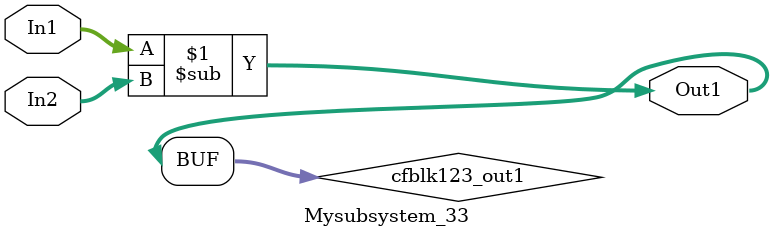
<source format=v>



`timescale 1 ns / 1 ns

module Mysubsystem_33
          (In1,
           In2,
           Out1);


  input   [7:0] In1;  // uint8
  input   [7:0] In2;  // uint8
  output  [7:0] Out1;  // uint8


  wire [7:0] cfblk123_out1;  // uint8


  assign cfblk123_out1 = In1 - In2;



  assign Out1 = cfblk123_out1;

endmodule  // Mysubsystem_33


</source>
